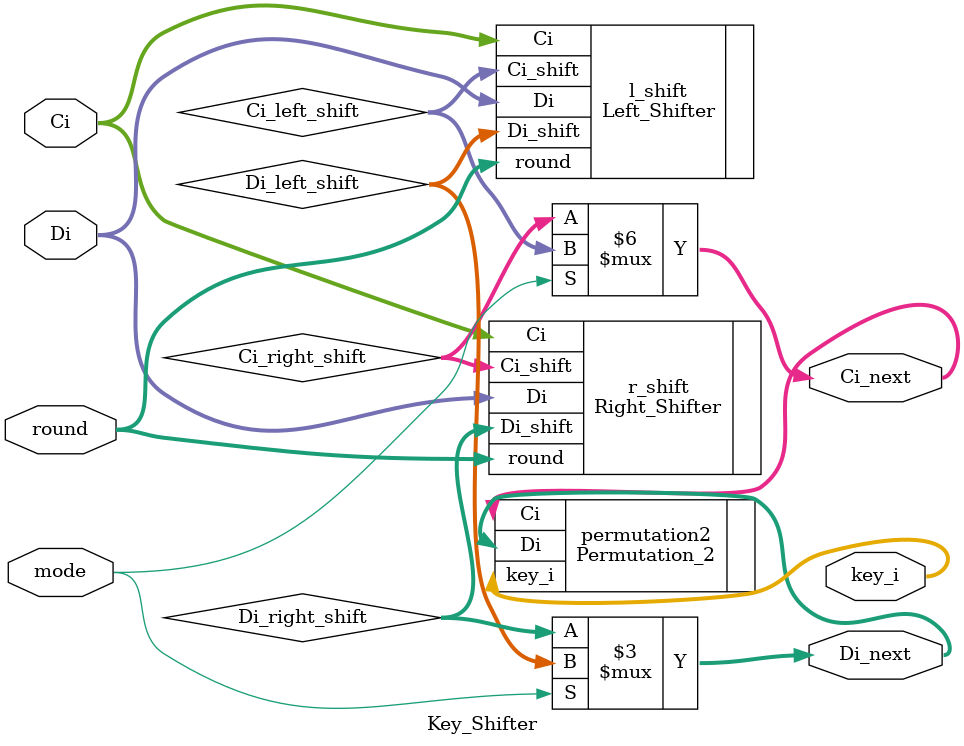
<source format=sv>
/***********************************************************************************************************************
 * Key_Shifter Module
 * ---------------------------------------------------------------------------------------------------------------------
 * This module will handle all key rotations and permutations in order to compute the round key which will be applied
 * to the corresponding DES encryption round. The key partitions for the next round of key rotations will be output as
 * well.
 **********************************************************************************************************************/
module Key_Shifter #()(
	input  mode,
	input  bit[3:0]  round,
	input  bit[27:0] Ci,
	input  bit[27:0] Di,
	output bit[27:0] Ci_next,
	output bit[27:0] Di_next,
	output bit[47:0] key_i);
	
	
	logic [27:0] Ci_left_shift;
	logic [27:0] Di_left_shift;
	logic [27:0] Ci_right_shift;
	logic [27:0] Di_right_shift;
	
	
	Left_Shifter l_shift(
		.round   (round),
		.Ci      (Ci),
		.Di      (Di),
		.Ci_shift(Ci_left_shift),
		.Di_shift(Di_left_shift));
		
	Right_Shifter r_shift(
		.round   (round),
		.Ci      (Ci),
		.Di      (Di),
		.Ci_shift(Ci_right_shift),
		.Di_shift(Di_right_shift));
	
	
	always_comb
	begin
		if (mode)
		begin
			Ci_next = Ci_left_shift;
			Di_next = Di_left_shift;
		end
		else
		begin
			Ci_next = Ci_right_shift;
			Di_next = Di_right_shift;
		end
	end
	
	
	Permutation_2 permutation2(
		.Ci   (Ci_next),
		.Di   (Di_next),
		.key_i(key_i));
	
	
endmodule
</source>
